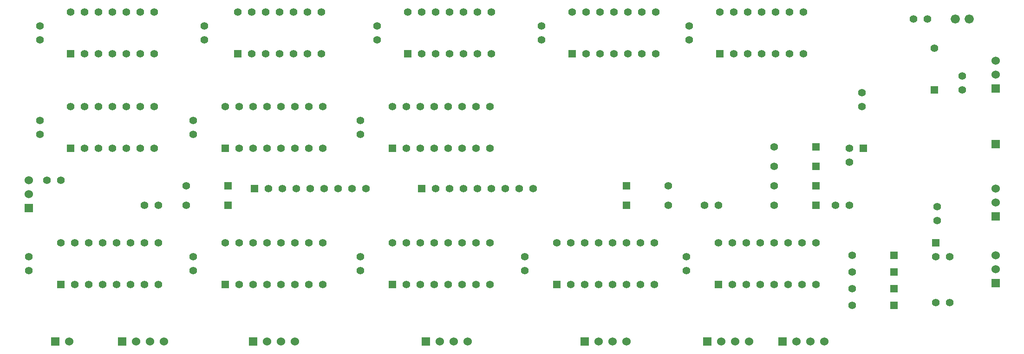
<source format=gbs>
G04 (created by PCBNEW (2013-jul-07)-stable) date Fri 23 Nov 2018 10:58:42 PM EST*
%MOIN*%
G04 Gerber Fmt 3.4, Leading zero omitted, Abs format*
%FSLAX34Y34*%
G01*
G70*
G90*
G04 APERTURE LIST*
%ADD10C,0.00590551*%
%ADD11R,0.055X0.055*%
%ADD12C,0.055*%
%ADD13R,0.06X0.06*%
%ADD14C,0.06*%
%ADD15C,0.066*%
G04 APERTURE END LIST*
G54D10*
G54D11*
X84500Y-46700D03*
G54D12*
X84500Y-47700D03*
X85500Y-47700D03*
G54D11*
X79300Y-39900D03*
G54D12*
X78300Y-39900D03*
X78300Y-40900D03*
G54D11*
X35600Y-42800D03*
G54D12*
X36600Y-42800D03*
X37600Y-42800D03*
X38600Y-42800D03*
X39600Y-42800D03*
X40600Y-42800D03*
X41600Y-42800D03*
X42600Y-42800D03*
X43600Y-42800D03*
G54D11*
X47600Y-42800D03*
G54D12*
X48600Y-42800D03*
X49600Y-42800D03*
X50600Y-42800D03*
X51600Y-42800D03*
X52600Y-42800D03*
X53600Y-42800D03*
X54600Y-42800D03*
X55600Y-42800D03*
X68900Y-44000D03*
X67900Y-44000D03*
X83900Y-30600D03*
X82900Y-30600D03*
X85500Y-51000D03*
X84500Y-51000D03*
X84600Y-45100D03*
X84600Y-44100D03*
X21700Y-42200D03*
X20700Y-42200D03*
X79200Y-36900D03*
X79200Y-35900D03*
X27700Y-44000D03*
X28700Y-44000D03*
X78300Y-44000D03*
X77300Y-44000D03*
G54D13*
X26100Y-53800D03*
G54D14*
X27100Y-53800D03*
X28100Y-53800D03*
X29100Y-53800D03*
G54D13*
X59300Y-53800D03*
G54D14*
X60300Y-53800D03*
X61300Y-53800D03*
X62300Y-53800D03*
G54D13*
X47900Y-53800D03*
G54D14*
X48900Y-53800D03*
X49900Y-53800D03*
X50900Y-53800D03*
G54D13*
X35500Y-53800D03*
G54D14*
X36500Y-53800D03*
X37500Y-53800D03*
X38500Y-53800D03*
G54D13*
X73500Y-53800D03*
G54D14*
X74500Y-53800D03*
X75500Y-53800D03*
X76500Y-53800D03*
G54D13*
X68100Y-53800D03*
G54D14*
X69100Y-53800D03*
X70100Y-53800D03*
X71100Y-53800D03*
G54D13*
X88800Y-49600D03*
G54D14*
X88800Y-48600D03*
X88800Y-47600D03*
G54D13*
X88800Y-35600D03*
G54D14*
X88800Y-34600D03*
X88800Y-33600D03*
G54D13*
X88800Y-44800D03*
G54D14*
X88800Y-43800D03*
X88800Y-42800D03*
G54D13*
X19400Y-44200D03*
G54D14*
X19400Y-43200D03*
X19400Y-42200D03*
G54D13*
X21300Y-53800D03*
G54D14*
X22300Y-53800D03*
G54D13*
X88800Y-39600D03*
G54D15*
X85900Y-30600D03*
X86900Y-30600D03*
G54D11*
X21700Y-49700D03*
G54D12*
X22700Y-49700D03*
X23700Y-49700D03*
X24700Y-49700D03*
X25700Y-49700D03*
X26700Y-49700D03*
X27700Y-49700D03*
X28700Y-49700D03*
X28700Y-46700D03*
X27700Y-46700D03*
X26700Y-46700D03*
X25700Y-46700D03*
X24700Y-46700D03*
X23700Y-46700D03*
X22700Y-46700D03*
X21700Y-46700D03*
G54D11*
X45500Y-49700D03*
G54D12*
X46500Y-49700D03*
X47500Y-49700D03*
X48500Y-49700D03*
X49500Y-49700D03*
X50500Y-49700D03*
X51500Y-49700D03*
X52500Y-49700D03*
X52500Y-46700D03*
X51500Y-46700D03*
X50500Y-46700D03*
X49500Y-46700D03*
X48500Y-46700D03*
X47500Y-46700D03*
X46500Y-46700D03*
X45500Y-46700D03*
G54D11*
X57300Y-49700D03*
G54D12*
X58300Y-49700D03*
X59300Y-49700D03*
X60300Y-49700D03*
X61300Y-49700D03*
X62300Y-49700D03*
X63300Y-49700D03*
X64300Y-49700D03*
X64300Y-46700D03*
X63300Y-46700D03*
X62300Y-46700D03*
X61300Y-46700D03*
X60300Y-46700D03*
X59300Y-46700D03*
X58300Y-46700D03*
X57300Y-46700D03*
G54D11*
X33500Y-49700D03*
G54D12*
X34500Y-49700D03*
X35500Y-49700D03*
X36500Y-49700D03*
X37500Y-49700D03*
X38500Y-49700D03*
X39500Y-49700D03*
X40500Y-49700D03*
X40500Y-46700D03*
X39500Y-46700D03*
X38500Y-46700D03*
X37500Y-46700D03*
X36500Y-46700D03*
X35500Y-46700D03*
X34500Y-46700D03*
X33500Y-46700D03*
G54D11*
X33500Y-39900D03*
G54D12*
X34500Y-39900D03*
X35500Y-39900D03*
X36500Y-39900D03*
X37500Y-39900D03*
X38500Y-39900D03*
X39500Y-39900D03*
X40500Y-39900D03*
X40500Y-36900D03*
X39500Y-36900D03*
X38500Y-36900D03*
X37500Y-36900D03*
X36500Y-36900D03*
X35500Y-36900D03*
X34500Y-36900D03*
X33500Y-36900D03*
G54D11*
X45500Y-39900D03*
G54D12*
X46500Y-39900D03*
X47500Y-39900D03*
X48500Y-39900D03*
X49500Y-39900D03*
X50500Y-39900D03*
X51500Y-39900D03*
X52500Y-39900D03*
X52500Y-36900D03*
X51500Y-36900D03*
X50500Y-36900D03*
X49500Y-36900D03*
X48500Y-36900D03*
X47500Y-36900D03*
X46500Y-36900D03*
X45500Y-36900D03*
G54D11*
X68900Y-49700D03*
G54D12*
X69900Y-49700D03*
X70900Y-49700D03*
X71900Y-49700D03*
X72900Y-49700D03*
X73900Y-49700D03*
X74900Y-49700D03*
X75900Y-49700D03*
X75900Y-46700D03*
X74900Y-46700D03*
X73900Y-46700D03*
X72900Y-46700D03*
X71900Y-46700D03*
X70900Y-46700D03*
X69900Y-46700D03*
X68900Y-46700D03*
G54D11*
X46600Y-33100D03*
G54D12*
X47600Y-33100D03*
X48600Y-33100D03*
X49600Y-33100D03*
X50600Y-33100D03*
X51600Y-33100D03*
X52600Y-33100D03*
X52600Y-30100D03*
X51600Y-30100D03*
X50600Y-30100D03*
X49600Y-30100D03*
X48600Y-30100D03*
X47600Y-30100D03*
X46600Y-30100D03*
G54D11*
X58400Y-33100D03*
G54D12*
X59400Y-33100D03*
X60400Y-33100D03*
X61400Y-33100D03*
X62400Y-33100D03*
X63400Y-33100D03*
X64400Y-33100D03*
X64400Y-30100D03*
X63400Y-30100D03*
X62400Y-30100D03*
X61400Y-30100D03*
X60400Y-30100D03*
X59400Y-30100D03*
X58400Y-30100D03*
G54D11*
X22400Y-33100D03*
G54D12*
X23400Y-33100D03*
X24400Y-33100D03*
X25400Y-33100D03*
X26400Y-33100D03*
X27400Y-33100D03*
X28400Y-33100D03*
X28400Y-30100D03*
X27400Y-30100D03*
X26400Y-30100D03*
X25400Y-30100D03*
X24400Y-30100D03*
X23400Y-30100D03*
X22400Y-30100D03*
G54D11*
X22400Y-39900D03*
G54D12*
X23400Y-39900D03*
X24400Y-39900D03*
X25400Y-39900D03*
X26400Y-39900D03*
X27400Y-39900D03*
X28400Y-39900D03*
X28400Y-36900D03*
X27400Y-36900D03*
X26400Y-36900D03*
X25400Y-36900D03*
X24400Y-36900D03*
X23400Y-36900D03*
X22400Y-36900D03*
G54D11*
X69000Y-33100D03*
G54D12*
X70000Y-33100D03*
X71000Y-33100D03*
X72000Y-33100D03*
X73000Y-33100D03*
X74000Y-33100D03*
X75000Y-33100D03*
X75000Y-30100D03*
X74000Y-30100D03*
X73000Y-30100D03*
X72000Y-30100D03*
X71000Y-30100D03*
X70000Y-30100D03*
X69000Y-30100D03*
G54D11*
X34400Y-33100D03*
G54D12*
X35400Y-33100D03*
X36400Y-33100D03*
X37400Y-33100D03*
X38400Y-33100D03*
X39400Y-33100D03*
X40400Y-33100D03*
X40400Y-30100D03*
X39400Y-30100D03*
X38400Y-30100D03*
X37400Y-30100D03*
X36400Y-30100D03*
X35400Y-30100D03*
X34400Y-30100D03*
G54D11*
X81500Y-48800D03*
G54D12*
X78500Y-48800D03*
G54D11*
X81500Y-50000D03*
G54D12*
X78500Y-50000D03*
G54D11*
X62300Y-44000D03*
G54D12*
X65300Y-44000D03*
G54D11*
X75900Y-39800D03*
G54D12*
X72900Y-39800D03*
G54D11*
X75900Y-41200D03*
G54D12*
X72900Y-41200D03*
G54D11*
X62300Y-42600D03*
G54D12*
X65300Y-42600D03*
G54D11*
X75900Y-44000D03*
G54D12*
X72900Y-44000D03*
G54D11*
X75900Y-42600D03*
G54D12*
X72900Y-42600D03*
G54D11*
X81500Y-51200D03*
G54D12*
X78500Y-51200D03*
G54D11*
X81500Y-47600D03*
G54D12*
X78500Y-47600D03*
G54D11*
X33700Y-44000D03*
G54D12*
X30700Y-44000D03*
G54D11*
X84400Y-35700D03*
G54D12*
X84400Y-32700D03*
G54D11*
X33700Y-42600D03*
G54D12*
X30700Y-42600D03*
X32000Y-31100D03*
X32000Y-32100D03*
X66600Y-47700D03*
X66600Y-48700D03*
X55000Y-47700D03*
X55000Y-48700D03*
X56200Y-31100D03*
X56200Y-32100D03*
X20200Y-31100D03*
X20200Y-32100D03*
X19400Y-47700D03*
X19400Y-48700D03*
X43200Y-37900D03*
X43200Y-38900D03*
X66800Y-31100D03*
X66800Y-32100D03*
X44400Y-31100D03*
X44400Y-32100D03*
X86400Y-35700D03*
X86400Y-34700D03*
X31200Y-47700D03*
X31200Y-48700D03*
X43200Y-47700D03*
X43200Y-48700D03*
X31200Y-37900D03*
X31200Y-38900D03*
X20200Y-37900D03*
X20200Y-38900D03*
M02*

</source>
